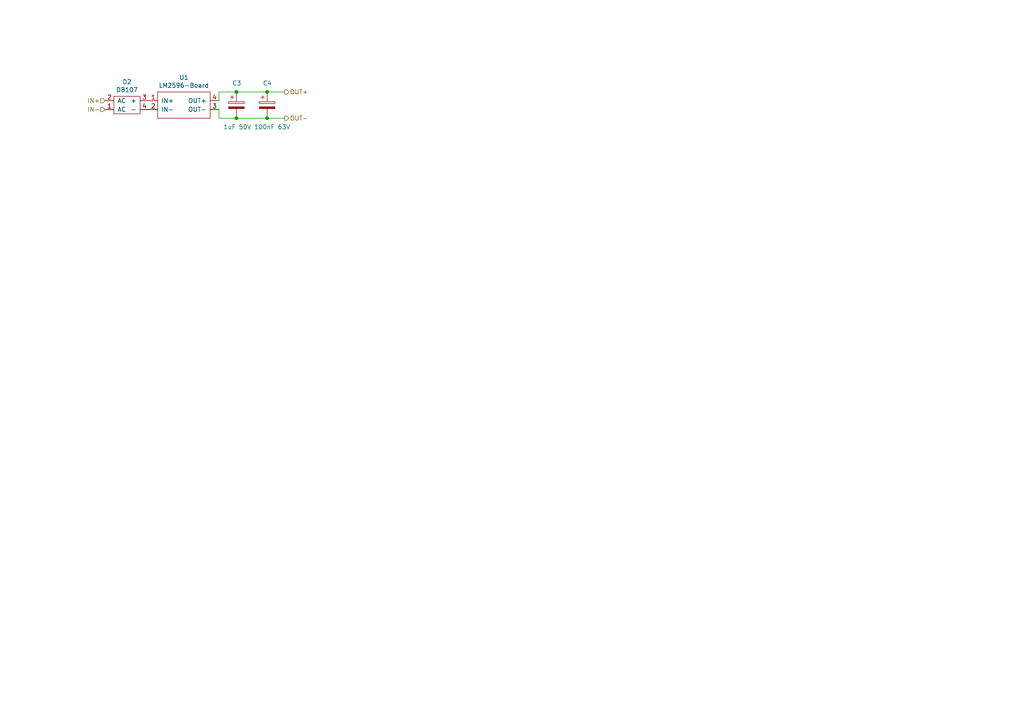
<source format=kicad_sch>
(kicad_sch (version 20210621) (generator eeschema)
  (paper "A4")
  (lib_symbols
    (symbol "Device:C_Polarized" (pin_numbers hide) (pin_names (offset 0.254))
      (property "Reference" "C" (at 0.635 2.54 0))
      (property "Value" "C_Polarized" (at 0.635 -2.54 0))
      (symbol "C_Polarized_0_1"
        (rectangle (start -2.286 0.508) (end 2.286 1.016))
        (rectangle (start 2.286 -0.508) (end -2.286 -1.016) (fill (type outline)))
        (polyline (pts (xy -1.778 2.286) (xy -0.762 2.286)))
        (polyline (pts (xy -1.27 2.794) (xy -1.27 1.778)))
      )
      (symbol "C_Polarized_1_1"
        (pin passive line (at 0 3.81 270) (length 2.794) (name "~") (number "1"))
        (pin passive line (at 0 -3.81 90) (length 2.794) (name "~") (number "2"))
      )
    )
    (symbol "boards:LM2596-Board" (pin_names (offset 1.016))
      (property "Reference" "U" (at -6.35 5.08 0))
      (property "Value" "LM2596-Board" (at 0 -5.08 0))
      (symbol "LM2596-Board_0_1"
        (rectangle (start -7.62 3.81) (end 7.62 -3.81))
      )
      (symbol "LM2596-Board_1_1"
        (pin power_in line (at -10.16 1.27 0) (length 2.54) (name "IN+") (number "1"))
        (pin power_in line (at -10.16 -1.27 0) (length 2.54) (name "IN-") (number "2"))
        (pin power_out line (at 10.16 -1.27 180) (length 2.54) (name "OUT-") (number "3"))
        (pin power_out line (at 10.16 1.27 180) (length 2.54) (name "OUT+") (number "4"))
      )
    )
    (symbol "custom:DB107" (pin_names (offset 1.016))
      (property "Reference" "D" (at -2.54 3.81 0))
      (property "Value" "DB107" (at 0 -3.81 0))
      (symbol "DB107_0_1"
        (rectangle (start -3.81 2.54) (end 3.81 -2.54))
        (rectangle (start 6.35 -1.27) (end 6.35 -1.27))
      )
      (symbol "DB107_1_1"
        (pin power_in line (at -6.35 1.27 0) (length 2.54) (name "AC") (number "1"))
        (pin power_in line (at -6.35 -1.27 0) (length 2.54) (name "AC") (number "2"))
        (pin power_out line (at 6.35 -1.27 180) (length 2.54) (name "+") (number "3"))
        (pin power_out line (at 6.35 1.27 180) (length 2.54) (name "-") (number "4"))
      )
    )
  )
  (junction (at 68.58 26.67) (diameter 0.9144))
  (junction (at 68.58 34.29) (diameter 0.9144))
  (junction (at 77.47 26.67) (diameter 0.9144))
  (junction (at 77.47 34.29) (diameter 0.9144))
  (wire (pts (xy 63.5 26.67) (xy 63.5 29.21)))
  (wire (pts (xy 63.5 26.67) (xy 68.58 26.67)))
  (wire (pts (xy 63.5 31.75) (xy 63.5 34.29)))
  (wire (pts (xy 63.5 34.29) (xy 68.58 34.29)))
  (wire (pts (xy 68.58 26.67) (xy 77.47 26.67)))
  (wire (pts (xy 68.58 34.29) (xy 77.47 34.29)))
  (wire (pts (xy 77.47 26.67) (xy 82.55 26.67)))
  (wire (pts (xy 77.47 34.29) (xy 82.55 34.29)))
  (hierarchical_label "IN+" (shape input) (at 30.48 29.21 180))
  (hierarchical_label "IN-" (shape input) (at 30.48 31.75 180))
  (hierarchical_label "OUT+" (shape output) (at 82.55 26.67 0))
  (hierarchical_label "OUT-" (shape output) (at 82.55 34.29 0))
  (symbol (lib_id "Device:C_Polarized") (at 68.58 30.48 0) (unit 1)
    (property "Reference" "C3" (at 67.31 24.13 0) (effects (justify left)))
    (property "Value" "1uF 50V" (at 64.77 36.83 0) (effects (justify left)))
    (property "Footprint" "Capacitor_THT:CP_Radial_D5.0mm_P2.50mm" (effects hide))
  )
  (symbol (lib_id "Device:C_Polarized") (at 77.47 30.48 0) (unit 1)
    (property "Reference" "C4" (at 76.2 24.13 0) (effects (justify left)))
    (property "Value" "100nF 63V" (at 73.66 36.83 0) (effects (justify left)))
    (property "Footprint" "Capacitor_THT:C_Rect_L7.0mm_W2.0mm_P5.00mm" (effects hide))
  )
  (symbol (lib_id "custom:DB107") (at 36.83 30.48 0) (mirror x) (unit 1)
    (property "Reference" "D2" (at 36.83 23.749 0))
    (property "Value" "DB107" (at 36.83 26.0604 0))
    (property "Footprint" "custom:DB107" (effects hide))
  )
  (symbol (lib_id "boards:LM2596-Board") (at 53.34 30.48 0) (unit 1)
    (property "Reference" "U1" (at 53.34 22.479 0))
    (property "Value" "LM2596-Board" (at 53.34 24.7904 0))
    (property "Footprint" "boards:LM2596-Board" (effects hide))
  )
)
</source>
